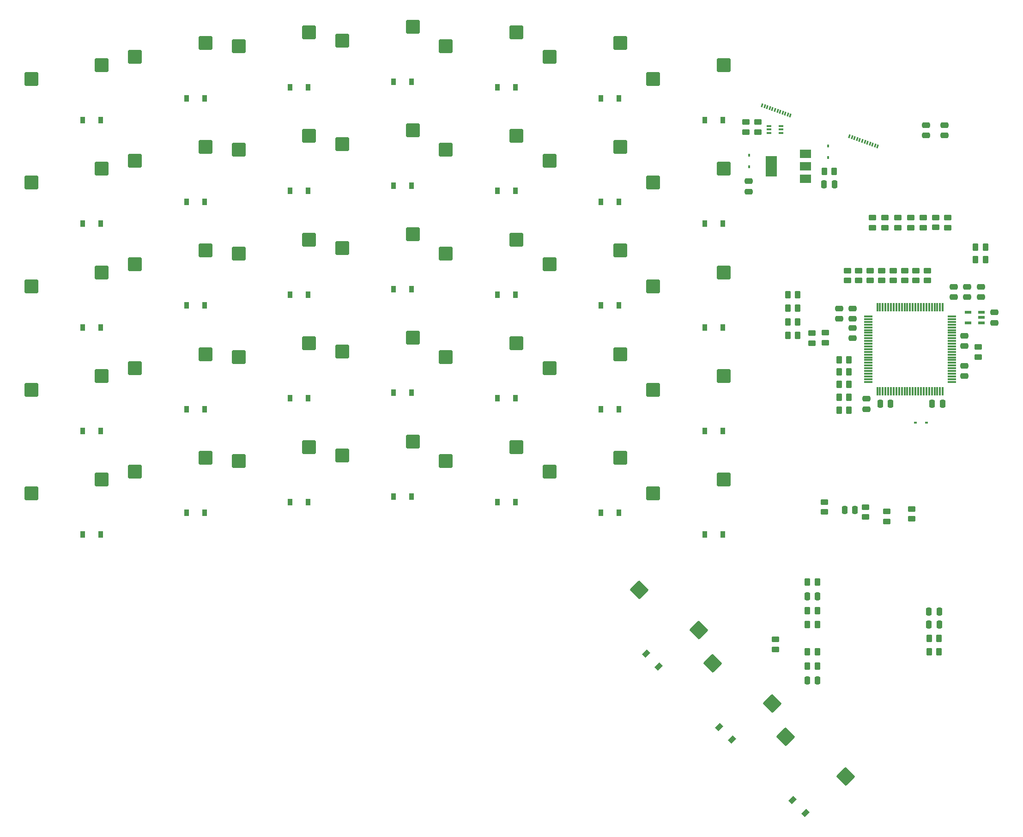
<source format=gbr>
%TF.GenerationSoftware,KiCad,Pcbnew,(6.0.7-1)-1*%
%TF.CreationDate,2022-10-21T17:23:08-04:00*%
%TF.ProjectId,Splitboard-A,53706c69-7462-46f6-9172-642d412e6b69,rev?*%
%TF.SameCoordinates,Original*%
%TF.FileFunction,Paste,Bot*%
%TF.FilePolarity,Positive*%
%FSLAX46Y46*%
G04 Gerber Fmt 4.6, Leading zero omitted, Abs format (unit mm)*
G04 Created by KiCad (PCBNEW (6.0.7-1)-1) date 2022-10-21 17:23:08*
%MOMM*%
%LPD*%
G01*
G04 APERTURE LIST*
G04 Aperture macros list*
%AMRoundRect*
0 Rectangle with rounded corners*
0 $1 Rounding radius*
0 $2 $3 $4 $5 $6 $7 $8 $9 X,Y pos of 4 corners*
0 Add a 4 corners polygon primitive as box body*
4,1,4,$2,$3,$4,$5,$6,$7,$8,$9,$2,$3,0*
0 Add four circle primitives for the rounded corners*
1,1,$1+$1,$2,$3*
1,1,$1+$1,$4,$5*
1,1,$1+$1,$6,$7*
1,1,$1+$1,$8,$9*
0 Add four rect primitives between the rounded corners*
20,1,$1+$1,$2,$3,$4,$5,0*
20,1,$1+$1,$4,$5,$6,$7,0*
20,1,$1+$1,$6,$7,$8,$9,0*
20,1,$1+$1,$8,$9,$2,$3,0*%
%AMRotRect*
0 Rectangle, with rotation*
0 The origin of the aperture is its center*
0 $1 length*
0 $2 width*
0 $3 Rotation angle, in degrees counterclockwise*
0 Add horizontal line*
21,1,$1,$2,0,0,$3*%
G04 Aperture macros list end*
%ADD10RoundRect,0.250000X-1.025000X-1.000000X1.025000X-1.000000X1.025000X1.000000X-1.025000X1.000000X0*%
%ADD11RoundRect,0.250000X-1.431891X0.017678X0.017678X-1.431891X1.431891X-0.017678X-0.017678X1.431891X0*%
%ADD12RoundRect,0.250000X-0.250000X-0.475000X0.250000X-0.475000X0.250000X0.475000X-0.250000X0.475000X0*%
%ADD13RoundRect,0.250000X0.475000X-0.250000X0.475000X0.250000X-0.475000X0.250000X-0.475000X-0.250000X0*%
%ADD14R,0.600000X0.450000*%
%ADD15RoundRect,0.250000X-0.262500X-0.450000X0.262500X-0.450000X0.262500X0.450000X-0.262500X0.450000X0*%
%ADD16RoundRect,0.250000X0.262500X0.450000X-0.262500X0.450000X-0.262500X-0.450000X0.262500X-0.450000X0*%
%ADD17RoundRect,0.250000X-0.475000X0.250000X-0.475000X-0.250000X0.475000X-0.250000X0.475000X0.250000X0*%
%ADD18RoundRect,0.250000X0.450000X-0.262500X0.450000X0.262500X-0.450000X0.262500X-0.450000X-0.262500X0*%
%ADD19R,0.900000X1.200000*%
%ADD20RoundRect,0.250000X-0.450000X0.262500X-0.450000X-0.262500X0.450000X-0.262500X0.450000X0.262500X0*%
%ADD21RotRect,0.900000X1.200000X315.000000*%
%ADD22R,2.000000X1.500000*%
%ADD23R,2.000000X3.800000*%
%ADD24R,1.300000X0.550000*%
%ADD25RoundRect,0.250000X0.250000X0.475000X-0.250000X0.475000X-0.250000X-0.475000X0.250000X-0.475000X0*%
%ADD26R,0.876300X0.355600*%
%ADD27RoundRect,0.075000X0.725000X0.075000X-0.725000X0.075000X-0.725000X-0.075000X0.725000X-0.075000X0*%
%ADD28RoundRect,0.075000X0.075000X0.725000X-0.075000X0.725000X-0.075000X-0.725000X0.075000X-0.725000X0*%
%ADD29R,0.450000X0.600000*%
%ADD30RotRect,0.300000X0.700000X340.000000*%
G04 APERTURE END LIST*
D10*
%TO.C,K28*%
X224842000Y-91920000D03*
X211915000Y-94460000D03*
%TD*%
%TO.C,K11*%
X167842000Y-46920000D03*
X154915000Y-49460000D03*
%TD*%
%TO.C,K33*%
X186842000Y-104920000D03*
X173915000Y-107460000D03*
%TD*%
%TO.C,K20*%
X205842000Y-68920000D03*
X192915000Y-71460000D03*
%TD*%
%TO.C,K13*%
X205842000Y-49920000D03*
X192915000Y-52460000D03*
%TD*%
%TO.C,K7*%
X211915000Y-37460000D03*
X224842000Y-34920000D03*
%TD*%
%TO.C,K17*%
X148842000Y-66920000D03*
X135915000Y-69460000D03*
%TD*%
%TO.C,K16*%
X129842000Y-68920000D03*
X116915000Y-71460000D03*
%TD*%
D11*
%TO.C,K37*%
X233723020Y-151934080D03*
X222786200Y-144589362D03*
%TD*%
D10*
%TO.C,K2*%
X116915000Y-33460000D03*
X129842000Y-30920000D03*
%TD*%
D11*
%TO.C,K38*%
X247158049Y-165369109D03*
X236221229Y-158024391D03*
%TD*%
D10*
%TO.C,K5*%
X186842000Y-28920000D03*
X173915000Y-31460000D03*
%TD*%
%TO.C,K9*%
X129842000Y-49920000D03*
X116915000Y-52460000D03*
%TD*%
%TO.C,K32*%
X154915000Y-106460000D03*
X167842000Y-103920000D03*
%TD*%
%TO.C,K1*%
X97915000Y-37460000D03*
X110842000Y-34920000D03*
%TD*%
%TO.C,K26*%
X186842000Y-85920000D03*
X173915000Y-88460000D03*
%TD*%
%TO.C,K4*%
X167842000Y-27920000D03*
X154915000Y-30460000D03*
%TD*%
%TO.C,K34*%
X192915000Y-109460000D03*
X205842000Y-106920000D03*
%TD*%
%TO.C,K30*%
X116915000Y-109460000D03*
X129842000Y-106920000D03*
%TD*%
%TO.C,K14*%
X224842000Y-53920000D03*
X211915000Y-56460000D03*
%TD*%
%TO.C,K12*%
X173915000Y-50460000D03*
X186842000Y-47920000D03*
%TD*%
%TO.C,K22*%
X110842000Y-91920000D03*
X97915000Y-94460000D03*
%TD*%
%TO.C,K6*%
X192915000Y-33460000D03*
X205842000Y-30920000D03*
%TD*%
%TO.C,K8*%
X97915000Y-56460000D03*
X110842000Y-53920000D03*
%TD*%
%TO.C,K18*%
X154915000Y-68460000D03*
X167842000Y-65920000D03*
%TD*%
%TO.C,K15*%
X110842000Y-72920000D03*
X97915000Y-75460000D03*
%TD*%
%TO.C,K21*%
X224842000Y-72920000D03*
X211915000Y-75460000D03*
%TD*%
%TO.C,K19*%
X173915000Y-69460000D03*
X186842000Y-66920000D03*
%TD*%
%TO.C,K25*%
X167842000Y-84920000D03*
X154915000Y-87460000D03*
%TD*%
%TO.C,K10*%
X135915000Y-50460000D03*
X148842000Y-47920000D03*
%TD*%
%TO.C,K31*%
X135915000Y-107460000D03*
X148842000Y-104920000D03*
%TD*%
%TO.C,K23*%
X116915000Y-90460000D03*
X129842000Y-87920000D03*
%TD*%
%TO.C,K29*%
X110842000Y-110920000D03*
X97915000Y-113460000D03*
%TD*%
%TO.C,K24*%
X148842000Y-85920000D03*
X135915000Y-88460000D03*
%TD*%
D11*
%TO.C,K36*%
X209351171Y-131154333D03*
X220287991Y-138499051D03*
%TD*%
D10*
%TO.C,K35*%
X211915000Y-113460000D03*
X224842000Y-110920000D03*
%TD*%
%TO.C,K27*%
X205842000Y-87920000D03*
X192915000Y-90460000D03*
%TD*%
%TO.C,K3*%
X148842000Y-28920000D03*
X135915000Y-31460000D03*
%TD*%
D12*
%TO.C,C5*%
X262450000Y-137500000D03*
X264350000Y-137500000D03*
%TD*%
D13*
%TO.C,C20*%
X265300000Y-47850000D03*
X265300000Y-45950000D03*
%TD*%
D14*
%TO.C,D41*%
X259950000Y-100500000D03*
X262050000Y-100500000D03*
%TD*%
D15*
%TO.C,R7*%
X236587500Y-82000000D03*
X238412500Y-82000000D03*
%TD*%
D16*
%TO.C,R14*%
X242012500Y-145100000D03*
X240187500Y-145100000D03*
%TD*%
D17*
%TO.C,C10*%
X248500000Y-79550000D03*
X248500000Y-81450000D03*
%TD*%
D18*
%TO.C,R16*%
X259100000Y-64712500D03*
X259100000Y-62887500D03*
%TD*%
D12*
%TO.C,C8*%
X263050000Y-97000000D03*
X264950000Y-97000000D03*
%TD*%
D18*
%TO.C,R25*%
X251700000Y-74412500D03*
X251700000Y-72587500D03*
%TD*%
D12*
%TO.C,C1*%
X253550000Y-97000000D03*
X255450000Y-97000000D03*
%TD*%
D19*
%TO.C,D22*%
X110650000Y-102000000D03*
X107350000Y-102000000D03*
%TD*%
D20*
%TO.C,R2*%
X231100000Y-45387500D03*
X231100000Y-47212500D03*
%TD*%
D17*
%TO.C,C9*%
X246000000Y-79550000D03*
X246000000Y-81450000D03*
%TD*%
D19*
%TO.C,D19*%
X186650000Y-77000000D03*
X183350000Y-77000000D03*
%TD*%
D13*
%TO.C,C12*%
X269500000Y-77450000D03*
X269500000Y-75550000D03*
%TD*%
D12*
%TO.C,C3*%
X243250000Y-56800000D03*
X245150000Y-56800000D03*
%TD*%
D19*
%TO.C,D9*%
X129650000Y-60000000D03*
X126350000Y-60000000D03*
%TD*%
D15*
%TO.C,R38*%
X270987500Y-70600000D03*
X272812500Y-70600000D03*
%TD*%
D19*
%TO.C,D13*%
X205650000Y-60000000D03*
X202350000Y-60000000D03*
%TD*%
D16*
%TO.C,R36*%
X242012500Y-129700000D03*
X240187500Y-129700000D03*
%TD*%
D19*
%TO.C,D10*%
X148650000Y-58000000D03*
X145350000Y-58000000D03*
%TD*%
D18*
%TO.C,R20*%
X265900000Y-64725000D03*
X265900000Y-62900000D03*
%TD*%
D19*
%TO.C,D12*%
X186650000Y-58000000D03*
X183350000Y-58000000D03*
%TD*%
%TO.C,D16*%
X129650000Y-79000000D03*
X126350000Y-79000000D03*
%TD*%
D18*
%TO.C,R18*%
X263700000Y-64700000D03*
X263700000Y-62875000D03*
%TD*%
D19*
%TO.C,D15*%
X110650000Y-83000000D03*
X107350000Y-83000000D03*
%TD*%
D18*
%TO.C,R4*%
X243500000Y-85825000D03*
X243500000Y-84000000D03*
%TD*%
%TO.C,R30*%
X262200000Y-74412500D03*
X262200000Y-72587500D03*
%TD*%
D15*
%TO.C,R11*%
X240187500Y-137487500D03*
X242012500Y-137487500D03*
%TD*%
D21*
%TO.C,D37*%
X224025688Y-156248710D03*
X226359140Y-158582162D03*
%TD*%
D18*
%TO.C,R17*%
X256800000Y-64712500D03*
X256800000Y-62887500D03*
%TD*%
D19*
%TO.C,D11*%
X167650000Y-57000000D03*
X164350000Y-57000000D03*
%TD*%
D20*
%TO.C,R15*%
X271500000Y-86587500D03*
X271500000Y-88412500D03*
%TD*%
%TO.C,R22*%
X234300000Y-140187500D03*
X234300000Y-142012500D03*
%TD*%
D19*
%TO.C,D2*%
X129650000Y-41000000D03*
X126350000Y-41000000D03*
%TD*%
D13*
%TO.C,C13*%
X272000000Y-77450000D03*
X272000000Y-75550000D03*
%TD*%
D12*
%TO.C,C6*%
X262450000Y-135100000D03*
X264350000Y-135100000D03*
%TD*%
D15*
%TO.C,R9*%
X236587500Y-77000000D03*
X238412500Y-77000000D03*
%TD*%
D19*
%TO.C,D14*%
X224650000Y-64000000D03*
X221350000Y-64000000D03*
%TD*%
D15*
%TO.C,R39*%
X270987500Y-68300000D03*
X272812500Y-68300000D03*
%TD*%
D17*
%TO.C,C4*%
X229400000Y-56200000D03*
X229400000Y-58100000D03*
%TD*%
D22*
%TO.C,U4*%
X239850000Y-51200000D03*
X239850000Y-53500000D03*
D23*
X233550000Y-53500000D03*
D22*
X239850000Y-55800000D03*
%TD*%
D19*
%TO.C,D17*%
X148650000Y-77000000D03*
X145350000Y-77000000D03*
%TD*%
D12*
%TO.C,C16*%
X240150000Y-132300000D03*
X242050000Y-132300000D03*
%TD*%
D19*
%TO.C,D23*%
X129650000Y-98000000D03*
X126350000Y-98000000D03*
%TD*%
D16*
%TO.C,R33*%
X247812500Y-93480000D03*
X245987500Y-93480000D03*
%TD*%
D19*
%TO.C,D3*%
X148650000Y-39000000D03*
X145350000Y-39000000D03*
%TD*%
%TO.C,D34*%
X205650000Y-117000000D03*
X202350000Y-117000000D03*
%TD*%
D17*
%TO.C,C7*%
X251000000Y-96100000D03*
X251000000Y-98000000D03*
%TD*%
D24*
%TO.C,U1*%
X272123500Y-80248499D03*
X272123500Y-81198500D03*
X272123500Y-82148501D03*
X269623500Y-82148501D03*
X269623500Y-80248499D03*
%TD*%
D20*
%TO.C,R41*%
X259334000Y-116283100D03*
X259334000Y-118108100D03*
%TD*%
D16*
%TO.C,FB1*%
X245112500Y-54400000D03*
X243287500Y-54400000D03*
%TD*%
D13*
%TO.C,C14*%
X269000000Y-86450000D03*
X269000000Y-84550000D03*
%TD*%
D17*
%TO.C,C15*%
X269000000Y-90050000D03*
X269000000Y-91950000D03*
%TD*%
D19*
%TO.C,D30*%
X129650000Y-117000000D03*
X126350000Y-117000000D03*
%TD*%
%TO.C,D25*%
X167650000Y-95000000D03*
X164350000Y-95000000D03*
%TD*%
D25*
%TO.C,C17*%
X242050000Y-147700000D03*
X240150000Y-147700000D03*
%TD*%
D21*
%TO.C,D36*%
X210590654Y-142813684D03*
X212924106Y-145147136D03*
%TD*%
D19*
%TO.C,D35*%
X224650000Y-121000000D03*
X221350000Y-121000000D03*
%TD*%
D18*
%TO.C,R26*%
X253800000Y-74412500D03*
X253800000Y-72587500D03*
%TD*%
%TO.C,R28*%
X258000000Y-74412500D03*
X258000000Y-72587500D03*
%TD*%
D20*
%TO.C,R40*%
X243281200Y-115013100D03*
X243281200Y-116838100D03*
%TD*%
D13*
%TO.C,C21*%
X274500000Y-82150000D03*
X274500000Y-80250000D03*
%TD*%
D18*
%TO.C,R27*%
X255900000Y-74412500D03*
X255900000Y-72587500D03*
%TD*%
D19*
%TO.C,D31*%
X148650000Y-115000000D03*
X145350000Y-115000000D03*
%TD*%
%TO.C,D21*%
X224650000Y-83000000D03*
X221350000Y-83000000D03*
%TD*%
D25*
%TO.C,C18*%
X248900000Y-116500000D03*
X247000000Y-116500000D03*
%TD*%
D20*
%TO.C,R43*%
X250799600Y-115952900D03*
X250799600Y-117777900D03*
%TD*%
D16*
%TO.C,R32*%
X247812500Y-95780000D03*
X245987500Y-95780000D03*
%TD*%
D26*
%TO.C,U5*%
X233107825Y-47397499D03*
X233107825Y-46747500D03*
X233107825Y-46097501D03*
X235330325Y-46097501D03*
X235330325Y-46747500D03*
X235330325Y-47397499D03*
%TD*%
D27*
%TO.C,U3*%
X266675000Y-81000000D03*
X266675000Y-81500000D03*
X266675000Y-82000000D03*
X266675000Y-82500000D03*
X266675000Y-83000000D03*
X266675000Y-83500000D03*
X266675000Y-84000000D03*
X266675000Y-84500000D03*
X266675000Y-85000000D03*
X266675000Y-85500000D03*
X266675000Y-86000000D03*
X266675000Y-86500000D03*
X266675000Y-87000000D03*
X266675000Y-87500000D03*
X266675000Y-88000000D03*
X266675000Y-88500000D03*
X266675000Y-89000000D03*
X266675000Y-89500000D03*
X266675000Y-90000000D03*
X266675000Y-90500000D03*
X266675000Y-91000000D03*
X266675000Y-91500000D03*
X266675000Y-92000000D03*
X266675000Y-92500000D03*
X266675000Y-93000000D03*
D28*
X265000000Y-94675000D03*
X264500000Y-94675000D03*
X264000000Y-94675000D03*
X263500000Y-94675000D03*
X263000000Y-94675000D03*
X262500000Y-94675000D03*
X262000000Y-94675000D03*
X261500000Y-94675000D03*
X261000000Y-94675000D03*
X260500000Y-94675000D03*
X260000000Y-94675000D03*
X259500000Y-94675000D03*
X259000000Y-94675000D03*
X258500000Y-94675000D03*
X258000000Y-94675000D03*
X257500000Y-94675000D03*
X257000000Y-94675000D03*
X256500000Y-94675000D03*
X256000000Y-94675000D03*
X255500000Y-94675000D03*
X255000000Y-94675000D03*
X254500000Y-94675000D03*
X254000000Y-94675000D03*
X253500000Y-94675000D03*
X253000000Y-94675000D03*
D27*
X251325000Y-93000000D03*
X251325000Y-92500000D03*
X251325000Y-92000000D03*
X251325000Y-91500000D03*
X251325000Y-91000000D03*
X251325000Y-90500000D03*
X251325000Y-90000000D03*
X251325000Y-89500000D03*
X251325000Y-89000000D03*
X251325000Y-88500000D03*
X251325000Y-88000000D03*
X251325000Y-87500000D03*
X251325000Y-87000000D03*
X251325000Y-86500000D03*
X251325000Y-86000000D03*
X251325000Y-85500000D03*
X251325000Y-85000000D03*
X251325000Y-84500000D03*
X251325000Y-84000000D03*
X251325000Y-83500000D03*
X251325000Y-83000000D03*
X251325000Y-82500000D03*
X251325000Y-82000000D03*
X251325000Y-81500000D03*
X251325000Y-81000000D03*
D28*
X253000000Y-79325000D03*
X253500000Y-79325000D03*
X254000000Y-79325000D03*
X254500000Y-79325000D03*
X255000000Y-79325000D03*
X255500000Y-79325000D03*
X256000000Y-79325000D03*
X256500000Y-79325000D03*
X257000000Y-79325000D03*
X257500000Y-79325000D03*
X258000000Y-79325000D03*
X258500000Y-79325000D03*
X259000000Y-79325000D03*
X259500000Y-79325000D03*
X260000000Y-79325000D03*
X260500000Y-79325000D03*
X261000000Y-79325000D03*
X261500000Y-79325000D03*
X262000000Y-79325000D03*
X262500000Y-79325000D03*
X263000000Y-79325000D03*
X263500000Y-79325000D03*
X264000000Y-79325000D03*
X264500000Y-79325000D03*
X265000000Y-79325000D03*
%TD*%
D21*
%TO.C,D38*%
X237460717Y-169683738D03*
X239794169Y-172017190D03*
%TD*%
D20*
%TO.C,R1*%
X228900000Y-45387500D03*
X228900000Y-47212500D03*
%TD*%
%TO.C,R44*%
X254736600Y-116763800D03*
X254736600Y-118588800D03*
%TD*%
D19*
%TO.C,D5*%
X186650000Y-39000000D03*
X183350000Y-39000000D03*
%TD*%
D15*
%TO.C,R13*%
X240187500Y-142487500D03*
X242012500Y-142487500D03*
%TD*%
D19*
%TO.C,D18*%
X167650000Y-76000000D03*
X164350000Y-76000000D03*
%TD*%
D18*
%TO.C,R21*%
X252100000Y-64712500D03*
X252100000Y-62887500D03*
%TD*%
D15*
%TO.C,R8*%
X236587500Y-79500000D03*
X238412500Y-79500000D03*
%TD*%
D19*
%TO.C,D28*%
X224650000Y-102000000D03*
X221350000Y-102000000D03*
%TD*%
%TO.C,D32*%
X167650000Y-114000000D03*
X164350000Y-114000000D03*
%TD*%
D13*
%TO.C,C11*%
X267000000Y-77450000D03*
X267000000Y-75550000D03*
%TD*%
D29*
%TO.C,D40*%
X229500000Y-51450000D03*
X229500000Y-53550000D03*
%TD*%
D15*
%TO.C,R10*%
X262487500Y-140000000D03*
X264312500Y-140000000D03*
%TD*%
D19*
%TO.C,D27*%
X205650000Y-98000000D03*
X202350000Y-98000000D03*
%TD*%
D18*
%TO.C,R19*%
X261400000Y-64712500D03*
X261400000Y-62887500D03*
%TD*%
D19*
%TO.C,D29*%
X110650000Y-121000000D03*
X107350000Y-121000000D03*
%TD*%
D16*
%TO.C,R35*%
X247812500Y-89000000D03*
X245987500Y-89000000D03*
%TD*%
%TO.C,R34*%
X247825000Y-91180000D03*
X246000000Y-91180000D03*
%TD*%
D19*
%TO.C,D7*%
X224650000Y-45000000D03*
X221350000Y-45000000D03*
%TD*%
%TO.C,D6*%
X205650000Y-41000000D03*
X202350000Y-41000000D03*
%TD*%
D15*
%TO.C,R6*%
X236587500Y-84500000D03*
X238412500Y-84500000D03*
%TD*%
%TO.C,R12*%
X240187500Y-134900000D03*
X242012500Y-134900000D03*
%TD*%
D18*
%TO.C,R29*%
X260100000Y-74412500D03*
X260100000Y-72587500D03*
%TD*%
%TO.C,R23*%
X247500000Y-74412500D03*
X247500000Y-72587500D03*
%TD*%
D19*
%TO.C,D1*%
X110650000Y-45000000D03*
X107350000Y-45000000D03*
%TD*%
D30*
%TO.C,J2*%
X247898904Y-47976702D03*
X248368750Y-48147712D03*
X248838597Y-48318722D03*
X249308443Y-48489732D03*
X249778289Y-48660742D03*
X250248136Y-48831752D03*
X250717982Y-49002762D03*
X251187828Y-49173772D03*
X251657675Y-49344782D03*
X252127521Y-49515792D03*
X252597367Y-49686802D03*
X253067214Y-49857812D03*
%TD*%
D16*
%TO.C,R37*%
X264312500Y-142500000D03*
X262487500Y-142500000D03*
%TD*%
D19*
%TO.C,D8*%
X110650000Y-64000000D03*
X107350000Y-64000000D03*
%TD*%
%TO.C,D20*%
X205650000Y-79000000D03*
X202350000Y-79000000D03*
%TD*%
D30*
%TO.C,J1*%
X231898904Y-42276702D03*
X232368750Y-42447712D03*
X232838597Y-42618722D03*
X233308443Y-42789732D03*
X233778289Y-42960742D03*
X234248136Y-43131752D03*
X234717982Y-43302762D03*
X235187828Y-43473772D03*
X235657675Y-43644782D03*
X236127521Y-43815792D03*
X236597367Y-43986802D03*
X237067214Y-44157812D03*
%TD*%
D19*
%TO.C,D26*%
X186650000Y-96000000D03*
X183350000Y-96000000D03*
%TD*%
D13*
%TO.C,C2*%
X248500000Y-85000000D03*
X248500000Y-83100000D03*
%TD*%
D18*
%TO.C,R3*%
X254400000Y-64712500D03*
X254400000Y-62887500D03*
%TD*%
D19*
%TO.C,D4*%
X167650000Y-38000000D03*
X164350000Y-38000000D03*
%TD*%
D13*
%TO.C,C19*%
X261900000Y-47850000D03*
X261900000Y-45950000D03*
%TD*%
D18*
%TO.C,R24*%
X249600000Y-74412500D03*
X249600000Y-72587500D03*
%TD*%
D16*
%TO.C,R31*%
X247825000Y-98200000D03*
X246000000Y-98200000D03*
%TD*%
D19*
%TO.C,D24*%
X148650000Y-96000000D03*
X145350000Y-96000000D03*
%TD*%
D29*
%TO.C,D39*%
X244000000Y-51850000D03*
X244000000Y-49750000D03*
%TD*%
D18*
%TO.C,R5*%
X241000000Y-85912500D03*
X241000000Y-84087500D03*
%TD*%
D19*
%TO.C,D33*%
X186650000Y-115000000D03*
X183350000Y-115000000D03*
%TD*%
M02*

</source>
